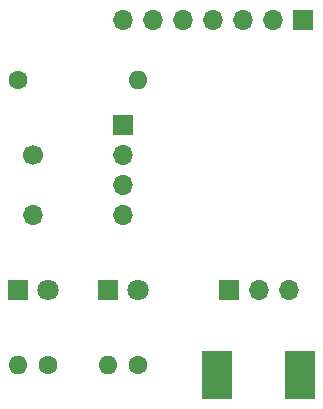
<source format=gbr>
%TF.GenerationSoftware,KiCad,Pcbnew,(6.0.5)*%
%TF.CreationDate,2022-08-05T22:50:17+10:00*%
%TF.ProjectId,stm8_target,73746d38-5f74-4617-9267-65742e6b6963,rev?*%
%TF.SameCoordinates,Original*%
%TF.FileFunction,Soldermask,Bot*%
%TF.FilePolarity,Negative*%
%FSLAX46Y46*%
G04 Gerber Fmt 4.6, Leading zero omitted, Abs format (unit mm)*
G04 Created by KiCad (PCBNEW (6.0.5)) date 2022-08-05 22:50:17*
%MOMM*%
%LPD*%
G01*
G04 APERTURE LIST*
%ADD10C,1.600000*%
%ADD11O,1.600000X1.600000*%
%ADD12R,1.800000X1.800000*%
%ADD13C,1.800000*%
%ADD14R,1.700000X1.700000*%
%ADD15O,1.700000X1.700000*%
%ADD16R,2.665000X4.190000*%
%ADD17C,1.700000*%
G04 APERTURE END LIST*
D10*
%TO.C,R3*%
X76200000Y-110490000D03*
D11*
X73660000Y-110490000D03*
%TD*%
D10*
%TO.C,R2*%
X83820000Y-110490000D03*
D11*
X81280000Y-110490000D03*
%TD*%
D12*
%TO.C,D2*%
X73660000Y-104140000D03*
D13*
X76200000Y-104140000D03*
%TD*%
D12*
%TO.C,D1*%
X81280000Y-104140000D03*
D13*
X83820000Y-104140000D03*
%TD*%
D14*
%TO.C,J4*%
X91455000Y-104140000D03*
D15*
X93995000Y-104140000D03*
X96535000Y-104140000D03*
%TD*%
D10*
%TO.C,R1*%
X73660000Y-86360000D03*
D11*
X83820000Y-86360000D03*
%TD*%
D14*
%TO.C,J1*%
X82550000Y-90170000D03*
D15*
X82550000Y-92710000D03*
X82550000Y-95250000D03*
X82550000Y-97790000D03*
%TD*%
D16*
%TO.C,J3*%
X90487500Y-111305000D03*
X97472500Y-111305000D03*
%TD*%
D17*
%TO.C,SW1*%
X74930000Y-92725000D03*
D15*
X74930000Y-97805000D03*
%TD*%
D14*
%TO.C,J2*%
X97795000Y-81280000D03*
D15*
X95255000Y-81280000D03*
X92715000Y-81280000D03*
X90175000Y-81280000D03*
X87635000Y-81280000D03*
X85095000Y-81280000D03*
X82555000Y-81280000D03*
%TD*%
M02*

</source>
